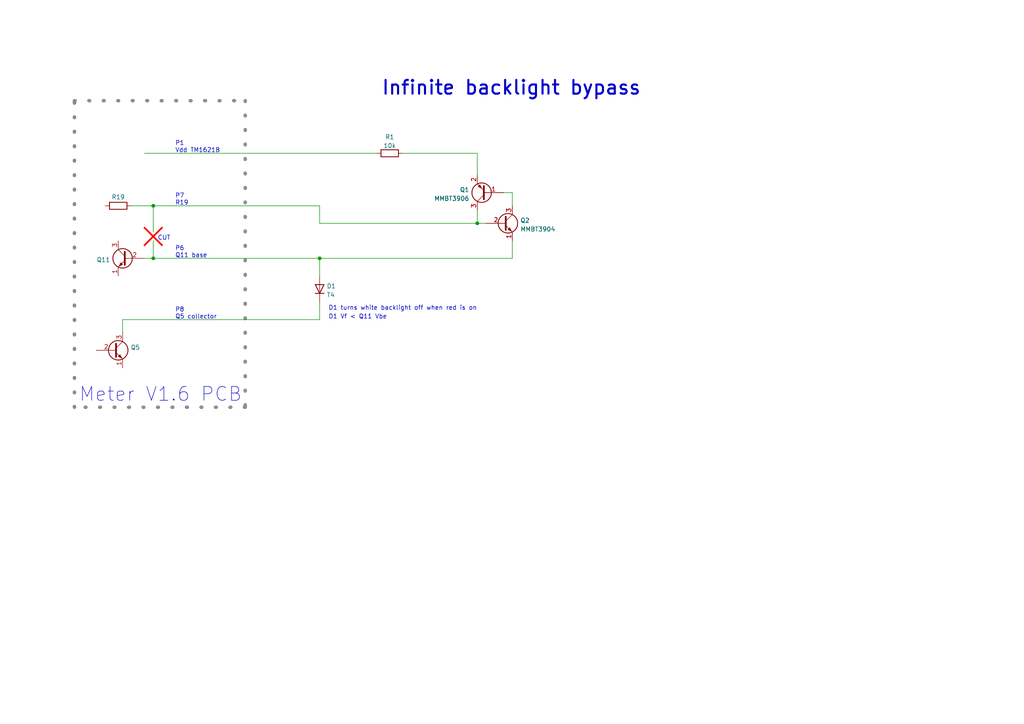
<source format=kicad_sch>
(kicad_sch (version 20211123) (generator eeschema)
  (paper "A4")
  (lib_symbols
    (symbol "Device:D" (pin_numbers hide) (pin_names (offset 1.016) hide)
      (property "Reference" "D" (at 0 2.54 0))
      (property "Value" "D" (at 0 -2.54 0))
      (symbol "D_0_1"
        (polyline (pts (xy -1.27 1.27) (xy -1.27 -1.27)) (stroke (width 0.254)))
        (polyline (pts (xy 1.27 0) (xy -1.27 0)))
        (polyline (pts (xy 1.27 1.27) (xy 1.27 -1.27) (xy -1.27 0) (xy 1.27 1.27)) (stroke (width 0.254)))
      )
      (symbol "D_1_1"
        (pin passive line (at -3.81 0 0) (length 2.54) (name "K") (number "1"))
        (pin passive line (at 3.81 0 180) (length 2.54) (name "A") (number "2"))
      )
    )
    (symbol "Device:R" (pin_numbers hide) (pin_names (offset 0))
      (property "Reference" "R" (at 2.032 0 90))
      (property "Value" "R" (at 0 0 90))
      (symbol "R_0_1"
        (rectangle (start -1.016 -2.54) (end 1.016 2.54) (stroke (width 0.254)))
      )
      (symbol "R_1_1"
        (pin passive line (at 0 3.81 270) (length 1.27) (name "~") (number "1"))
        (pin passive line (at 0 -3.81 90) (length 1.27) (name "~") (number "2"))
      )
    )
    (symbol "Transistor_BJT:2N3904" (pin_names (offset 0) hide)
      (property "Reference" "Q" (at 5.08 1.905 0))
      (property "Value" "2N3904" (at 5.08 0 0))
      (symbol "2N3904_0_1"
        (polyline (pts (xy 0.635 0.635) (xy 2.54 2.54)))
        (polyline (pts (xy 0.635 -0.635) (xy 2.54 -2.54) (xy 2.54 -2.54)))
        (polyline (pts (xy 0.635 1.905) (xy 0.635 -1.905) (xy 0.635 -1.905)) (stroke (width 0.508)))
        (polyline (pts (xy 1.27 -1.778) (xy 1.778 -1.27) (xy 2.286 -2.286) (xy 1.27 -1.778) (xy 1.27 -1.778)) (fill (type outline)))
        (circle (center 1.27 0) (radius 2.8194) (stroke (width 0.254)))
      )
      (symbol "2N3904_1_1"
        (pin passive line (at 2.54 -5.08 90) (length 2.54) (name "E") (number "1"))
        (pin passive line (at -5.08 0 0) (length 5.715) (name "B") (number "2"))
        (pin passive line (at 2.54 5.08 270) (length 2.54) (name "C") (number "3"))
      )
    )
    (symbol "Transistor_BJT:MMBT3906" (pin_names (offset 0) hide)
      (property "Reference" "Q" (at 5.08 1.905 0))
      (property "Value" "MMBT3906" (at 5.08 0 0))
      (symbol "MMBT3906_0_1"
        (polyline (pts (xy 0.635 0.635) (xy 2.54 2.54)))
        (polyline (pts (xy 0.635 -0.635) (xy 2.54 -2.54) (xy 2.54 -2.54)))
        (polyline (pts (xy 0.635 1.905) (xy 0.635 -1.905) (xy 0.635 -1.905)) (stroke (width 0.508)))
        (polyline (pts (xy 2.286 -1.778) (xy 1.778 -2.286) (xy 1.27 -1.27) (xy 2.286 -1.778) (xy 2.286 -1.778)) (fill (type outline)))
        (circle (center 1.27 0) (radius 2.8194) (stroke (width 0.254)))
      )
      (symbol "MMBT3906_1_1"
        (pin input line (at -5.08 0 0) (length 5.715) (name "B") (number "1"))
        (pin passive line (at 2.54 -5.08 90) (length 2.54) (name "E") (number "2"))
        (pin passive line (at 2.54 5.08 270) (length 2.54) (name "C") (number "3"))
      )
    )
  )
  (junction (at 44.45 59.69))
  (junction (at 138.43 64.77))
  (junction (at 44.45 74.93))
  (junction (at 92.71 74.93))
  (wire (pts (xy 138.43 64.77) (xy 138.43 60.96)))
  (wire (pts (xy 148.59 55.88) (xy 148.59 59.69)))
  (wire (pts (xy 44.45 69.85) (xy 44.45 74.93)))
  (wire (pts (xy 138.43 44.45) (xy 138.43 50.8)))
  (wire (pts (xy 44.45 74.93) (xy 92.71 74.93)))
  (polyline (pts (xy 21.59 29.21) (xy 71.12 29.21)) (stroke (width 1) (type dot) (color 132 132 132 1)))
  (wire (pts (xy 146.05 55.88) (xy 148.59 55.88)))
  (polyline (pts (xy 71.12 118.11) (xy 21.59 118.11)) (stroke (width 1) (type dot) (color 132 132 132 1)))
  (wire (pts (xy 38.1 59.69) (xy 44.45 59.69)))
  (wire (pts (xy 92.71 74.93) (xy 92.71 80.01)))
  (wire (pts (xy 35.56 96.52) (xy 35.56 92.71)))
  (wire (pts (xy 41.91 44.45) (xy 109.22 44.45)))
  (polyline (pts (xy 41.91 66.04) (xy 46.99 71.12)) (stroke (width 0.5) (type solid) (color 255 0 0 1)))
  (polyline (pts (xy 41.91 71.12) (xy 46.99 66.04)) (stroke (width 0.5) (type solid) (color 255 0 0 1)))
  (wire (pts (xy 116.84 44.45) (xy 138.43 44.45)))
  (wire (pts (xy 92.71 74.93) (xy 148.59 74.93)))
  (wire (pts (xy 92.71 64.77) (xy 92.71 59.69)))
  (wire (pts (xy 148.59 69.85) (xy 148.59 74.93)))
  (wire (pts (xy 35.56 92.71) (xy 92.71 92.71)))
  (wire (pts (xy 138.43 64.77) (xy 92.71 64.77)))
  (wire (pts (xy 41.91 74.93) (xy 44.45 74.93)))
  (polyline (pts (xy 21.59 118.11) (xy 21.59 29.21)) (stroke (width 1) (type dot) (color 132 132 132 1)))
  (polyline (pts (xy 71.12 29.21) (xy 71.12 118.11)) (stroke (width 1) (type dot) (color 132 132 132 1)))
  (wire (pts (xy 44.45 59.69) (xy 92.71 59.69)))
  (wire (pts (xy 44.45 59.69) (xy 44.45 67.31)))
  (wire (pts (xy 92.71 92.71) (xy 92.71 87.63)))
  (wire (pts (xy 140.97 64.77) (xy 138.43 64.77)))
  (text "D1 turns white backlight off when red is on" (at 95.25 90.17 0) (effects (font (size 1.27 1.27)) (justify left bottom)))
  (text "CUT" (at 45.72 69.85 0) (effects (font (size 1.27 1.27)) (justify left bottom)))
  (text "Meter V1.6 PCB" (at 22.86 116.84 0) (effects (font (size 4 4)) (justify left bottom)))
  (text "P6\nQ11 base" (at 50.8 74.93 0) (effects (font (size 1.27 1.27)) (justify left bottom)))
  (text "P1\nVdd TM1621B" (at 50.8 44.45 0) (effects (font (size 1.27 1.27)) (justify left bottom)))
  (text "P7\nR19" (at 50.8 59.69 0) (effects (font (size 1.27 1.27)) (justify left bottom)))
  (text "D1 Vf < Q11 Vbe" (at 95.25 92.71 0) (effects (font (size 1.27 1.27)) (justify left bottom)))
  (text "Infinite backlight bypass" (at 110.49 27.94 0) (effects (font (size 4 4) (thickness 0.6) bold) (justify left bottom)))
  (text "P8\nQ5 collector" (at 50.8 92.71 0) (effects (font (size 1.27 1.27)) (justify left bottom)))
  (symbol (lib_id "Device:R") (at 113.03 44.45 90) (unit 1)
    (property "Reference" "R1" (at 113.03 39.7342 90))
    (property "Value" "10k" (at 113.03 42.2711 90))
  )
  (symbol (lib_id "Device:D") (at 92.71 83.82 90) (unit 1)
    (property "Reference" "D1" (at 94.742 82.9853 90) (effects (justify right)))
    (property "Value" "T4" (at 94.742 85.5222 90) (effects (justify right)))
  )
  (symbol (lib_id "Transistor_BJT:2N3904") (at 146.05 64.77 0) (unit 1)
    (property "Reference" "Q2" (at 150.9014 63.9353 0) (effects (justify left)))
    (property "Value" "MMBT3904" (at 150.9014 66.4722 0) (effects (justify left)))
    (property "Footprint" "Package_TO_SOT_THT:TO-92_Inline" (effects hide))
    (property "Datasheet" "https://www.onsemi.com/pub/Collateral/2N3903-D.PDF" (effects hide))
  )
  (symbol (lib_id "Transistor_BJT:MMBT3906") (at 140.97 55.88 180) (unit 1)
    (property "Reference" "Q1" (at 136.1186 55.0453 0) (effects (justify left)))
    (property "Value" "MMBT3906" (at 136.1186 57.5822 0) (effects (justify left)))
    (property "Footprint" "Package_TO_SOT_SMD:SOT-23" (effects hide))
    (property "Datasheet" "https://www.onsemi.com/pub/Collateral/2N3906-D.PDF" (effects hide))
  )
  (symbol (lib_id "Transistor_BJT:2N3904") (at 36.83 74.93 0) (mirror y) (unit 1)
    (property "Reference" "Q11" (at 31.9787 75.3638 0) (effects (justify left)))
    (property "Value" "2N3904" (effects hide))
    (property "Footprint" "Package_TO_SOT_THT:TO-92_Inline" (effects hide))
    (property "Datasheet" "https://www.onsemi.com/pub/Collateral/2N3903-D.PDF" (effects hide))
  )
  (symbol (lib_id "Device:R") (at 34.29 59.69 90) (unit 1)
    (property "Reference" "R19" (at 34.29 57.15 90))
    (property "Value" "100k" (effects hide))
  )
  (symbol (lib_id "Transistor_BJT:2N3904") (at 33.02 101.6 0) (unit 1)
    (property "Reference" "Q5" (at 37.8714 100.7653 0) (effects (justify left)))
    (property "Value" "2N3904" (effects hide))
    (property "Footprint" "Package_TO_SOT_THT:TO-92_Inline" (effects hide))
    (property "Datasheet" "https://www.onsemi.com/pub/Collateral/2N3903-D.PDF" (effects hide))
  )
)
</source>
